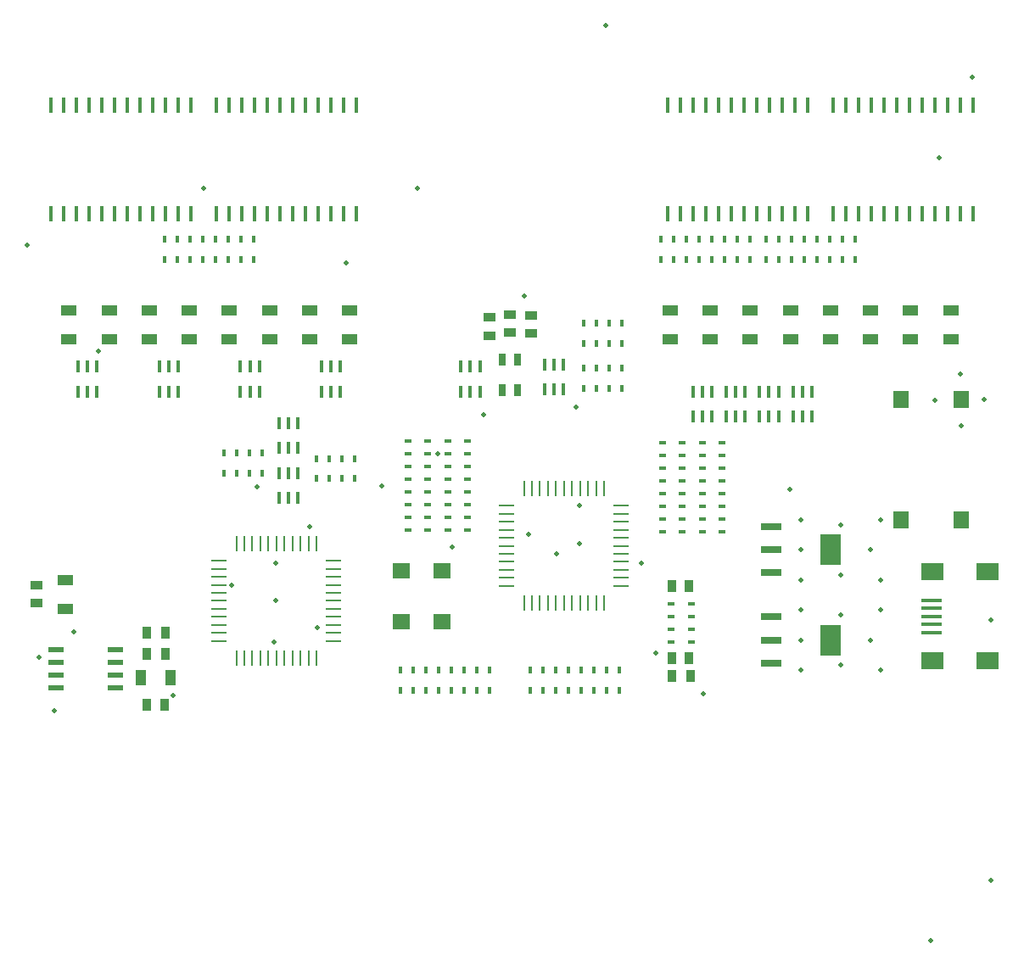
<source format=gtp>
G04 DipTrace 2.4.0.2*
%INProtolautav2.3.4.GTP*%
%MOMM*%
%ADD55C,0.505*%
%ADD57R,1.8X1.6*%
%ADD59R,2.1X0.3*%
%ADD61R,2.3X1.8*%
%ADD63R,1.6X1.8*%
%ADD69R,1.5X0.5*%
%ADD71R,0.4X1.5*%
%ADD73R,2.0X0.8*%
%ADD75R,2.0X3.1*%
%ADD77R,0.25X1.5*%
%ADD79R,1.5X0.25*%
%ADD83R,0.45X0.8*%
%ADD85R,0.8X0.45*%
%ADD87R,0.3X1.2*%
%ADD90R,0.7X1.3*%
%ADD92R,1.5X1.0*%
%ADD94R,0.1X0.9*%
%ADD96R,1.0X1.6*%
%ADD97R,0.9X1.2*%
%ADD99R,1.2X0.9*%
%FSLAX53Y53*%
G04*
G71*
G90*
G75*
G01*
%LNTopPaste*%
%LPD*%
D55*
X87000Y44000D3*
Y38000D3*
X79000D3*
Y44000D3*
X83000Y43500D3*
Y38500D3*
X86000Y41000D3*
X79000D3*
Y35000D3*
X83000Y34500D3*
X87000Y35000D3*
X86000Y32000D3*
X87000Y29000D3*
X83000Y29500D3*
X79000Y29000D3*
Y32000D3*
X8950Y60800D3*
X42805Y50620D3*
X51850Y42550D3*
X64550Y30700D3*
X63150Y39700D3*
X22250Y37500D3*
X30800Y33200D3*
X26450Y31800D3*
X16400Y26500D3*
X4550Y24900D3*
X69300Y26600D3*
X24800Y47300D3*
X3000Y30300D3*
X6500Y32800D3*
X56900Y41650D3*
X54650Y40600D3*
X56900Y45400D3*
X26650Y35900D3*
X98000Y34000D3*
X92000Y2000D3*
X98000Y8000D3*
X26650Y39700D3*
X37250Y47400D3*
X47400Y54450D3*
X56600Y55250D3*
X33650Y69600D3*
X19450Y77050D3*
X94950Y58550D3*
X92450Y55900D3*
X97300Y56000D3*
X95000Y53400D3*
X77900Y47000D3*
X92850Y80100D3*
X40800Y77100D3*
X51450Y66300D3*
X44250Y41250D3*
X30000Y43300D3*
X96100Y88200D3*
X1800Y71400D3*
X59550Y93350D3*
D97*
X67900Y30200D3*
X66200D3*
X67900Y37400D3*
X66200D3*
D96*
X13200Y28200D3*
X16100D3*
D97*
X13800Y25500D3*
X15500D3*
D94*
X73400Y40900D3*
X72060D3*
X72730Y38700D3*
X73370Y31870D3*
X72030D3*
X72700Y29670D3*
D92*
X5600Y38000D3*
Y35100D3*
X6000Y62000D3*
Y64900D3*
X10000Y62000D3*
Y64900D3*
X14000Y62000D3*
Y64900D3*
X18000Y62000D3*
Y64900D3*
X22000Y62000D3*
Y64900D3*
X26000Y62000D3*
Y64900D3*
X30000Y62000D3*
Y64900D3*
X34000Y62000D3*
Y64900D3*
X66000Y62000D3*
Y64900D3*
X70000Y62000D3*
Y64900D3*
X74000Y62000D3*
Y64900D3*
X78000Y62000D3*
Y64900D3*
X82000Y62000D3*
Y64900D3*
X86000Y62000D3*
Y64900D3*
X90000Y62000D3*
Y64900D3*
X94000Y62000D3*
Y64900D3*
D90*
X50750Y60000D3*
X49250D3*
Y56900D3*
X50750D3*
D87*
X26955Y51145D3*
X27905D3*
X28855D3*
Y53645D3*
X27905D3*
X26955D3*
X6900Y56800D3*
X7850D3*
X8800D3*
Y59300D3*
X7850D3*
X6900D3*
X15000Y56800D3*
X15950D3*
X16900D3*
Y59300D3*
X15950D3*
X15000D3*
X23100Y56800D3*
X24050D3*
X25000D3*
Y59300D3*
X24050D3*
X23100D3*
X31200Y56800D3*
X32150D3*
X33100D3*
Y59300D3*
X32150D3*
X31200D3*
X78250Y54300D3*
X79200D3*
X80150D3*
Y56800D3*
X79200D3*
X78250D3*
X74900Y54300D3*
X75850D3*
X76800D3*
Y56800D3*
X75850D3*
X74900D3*
X71550Y54300D3*
X72500D3*
X73450D3*
Y56800D3*
X72500D3*
X71550D3*
X68250Y54300D3*
X69200D3*
X70150D3*
Y56800D3*
X69200D3*
X68250D3*
X45100D3*
X46050D3*
X47000D3*
Y59300D3*
X46050D3*
X45100D3*
X53450Y57000D3*
X54400D3*
X55350D3*
Y59500D3*
X54400D3*
X53450D3*
D85*
X66100Y35600D3*
Y34330D3*
Y33060D3*
Y31790D3*
X68100D3*
Y33060D3*
Y34330D3*
Y35600D3*
D97*
X66200Y28400D3*
X68000D3*
D83*
X39055Y27000D3*
X40325D3*
X41595D3*
X42865D3*
X44135D3*
X45405D3*
X46675D3*
X47945D3*
Y29000D3*
X46675D3*
X45405D3*
X44135D3*
X42865D3*
X41595D3*
X40325D3*
X39055D3*
X52055Y27000D3*
X53325D3*
X54595D3*
X55865D3*
X57135D3*
X58405D3*
X59675D3*
X60945D3*
Y29000D3*
X59675D3*
X58405D3*
X57135D3*
X55865D3*
X54595D3*
X53325D3*
X52055D3*
X21500Y48650D3*
X22770D3*
X24040D3*
X25310D3*
Y50650D3*
X24040D3*
X22770D3*
X21500D3*
X30700Y48100D3*
X31970D3*
X33240D3*
X34510D3*
Y50100D3*
X33240D3*
X31970D3*
X30700D3*
D97*
X15600Y32700D3*
X13800D3*
X15600Y30600D3*
X13800D3*
D99*
X2750Y37450D3*
Y35650D3*
D83*
X24445Y72000D3*
X23175D3*
X21905D3*
X20635D3*
X19365D3*
X18095D3*
X16825D3*
X15555D3*
Y70000D3*
X16825D3*
X18095D3*
X19365D3*
X20635D3*
X21905D3*
X23175D3*
X24445D3*
X84445Y72000D3*
X83175D3*
X81905D3*
X80635D3*
X79365D3*
X78095D3*
X76825D3*
X75555D3*
Y70000D3*
X76825D3*
X78095D3*
X79365D3*
X80635D3*
X81905D3*
X83175D3*
X84445D3*
D85*
X45800Y43000D3*
Y44270D3*
Y45540D3*
Y46810D3*
Y48080D3*
Y49350D3*
Y50620D3*
Y51890D3*
X43800D3*
Y50620D3*
Y49350D3*
Y48080D3*
Y46810D3*
Y45540D3*
Y44270D3*
Y43000D3*
D83*
X74000Y72000D3*
X72730D3*
X71460D3*
X70190D3*
X68920D3*
X67650D3*
X66380D3*
X65110D3*
Y70000D3*
X66380D3*
X67650D3*
X68920D3*
X70190D3*
X71460D3*
X72730D3*
X74000D3*
D85*
X41800Y43000D3*
Y44270D3*
Y45540D3*
Y46810D3*
Y48080D3*
Y49350D3*
Y50620D3*
Y51890D3*
X39800D3*
Y50620D3*
Y49350D3*
Y48080D3*
Y46810D3*
Y45540D3*
Y44270D3*
Y43000D3*
X65200Y51700D3*
Y50430D3*
Y49160D3*
Y47890D3*
Y46620D3*
Y45350D3*
Y44080D3*
Y42810D3*
X67200D3*
Y44080D3*
Y45350D3*
Y46620D3*
Y47890D3*
Y49160D3*
Y50430D3*
Y51700D3*
D99*
X48000Y62400D3*
Y64200D3*
X50000Y62700D3*
Y64500D3*
X52100Y62600D3*
Y64400D3*
D83*
X57400Y57100D3*
X58670D3*
X59940D3*
X61210D3*
Y59100D3*
X59940D3*
X58670D3*
X57400D3*
D85*
X69200Y51700D3*
Y50430D3*
Y49160D3*
Y47890D3*
Y46620D3*
Y45350D3*
Y44080D3*
Y42810D3*
X71200D3*
Y44080D3*
Y45350D3*
Y46620D3*
Y47890D3*
Y49160D3*
Y50430D3*
Y51700D3*
D83*
X57395Y61605D3*
X58665D3*
X59935D3*
X61205D3*
Y63605D3*
X59935D3*
X58665D3*
X57395D3*
D79*
X21000Y39900D3*
Y39100D3*
Y38300D3*
Y37500D3*
Y36700D3*
Y35900D3*
Y35100D3*
Y34300D3*
Y33500D3*
Y32700D3*
Y31900D3*
D77*
X22700Y30200D3*
X23500D3*
X24300D3*
X25100D3*
X25900D3*
X26700D3*
X27500D3*
X28300D3*
X29100D3*
X29900D3*
X30700D3*
D79*
X32400Y31900D3*
Y32700D3*
Y33500D3*
Y34300D3*
Y35100D3*
Y35900D3*
Y36700D3*
Y37500D3*
Y38300D3*
Y39100D3*
Y39900D3*
D77*
X30700Y41600D3*
X29900D3*
X29100D3*
X28300D3*
X27500D3*
X26700D3*
X25900D3*
X25100D3*
X24300D3*
X23500D3*
X22700D3*
D87*
X26955Y46145D3*
X27905D3*
X28855D3*
Y48645D3*
X27905D3*
X26955D3*
D75*
X82000Y41000D3*
D73*
X76100Y43300D3*
Y41000D3*
Y38700D3*
D75*
X82000Y32000D3*
D73*
X76100Y34300D3*
Y32000D3*
Y29700D3*
D79*
X49700Y45400D3*
Y44600D3*
Y43800D3*
Y43000D3*
Y42200D3*
Y41400D3*
Y40600D3*
Y39800D3*
Y39000D3*
Y38200D3*
Y37400D3*
D77*
X51400Y35700D3*
X52200D3*
X53000D3*
X53800D3*
X54600D3*
X55400D3*
X56200D3*
X57000D3*
X57800D3*
X58600D3*
X59400D3*
D79*
X61100Y37400D3*
Y38200D3*
Y39000D3*
Y39800D3*
Y40600D3*
Y41400D3*
Y42200D3*
Y43000D3*
Y43800D3*
Y44600D3*
Y45400D3*
D77*
X59400Y47100D3*
X58600D3*
X57800D3*
X57000D3*
X56200D3*
X55400D3*
X54600D3*
X53800D3*
X53000D3*
X52200D3*
X51400D3*
D71*
X4230Y74550D3*
X5500D3*
X6770D3*
X8040D3*
X9310D3*
X10580D3*
X11850D3*
X13120D3*
X14390D3*
X15660D3*
X16930D3*
X18200D3*
Y85350D3*
X16930D3*
X15660D3*
X14390D3*
X13120D3*
X11850D3*
X10580D3*
X9310D3*
X8040D3*
X6770D3*
X5500D3*
X4230D3*
X82230Y74550D3*
X83500D3*
X84770D3*
X86040D3*
X87310D3*
X88580D3*
X89850D3*
X91120D3*
X92390D3*
X93660D3*
X94930D3*
X96200D3*
Y85350D3*
X94930D3*
X93660D3*
X92390D3*
X91120D3*
X89850D3*
X88580D3*
X87310D3*
X86040D3*
X84770D3*
X83500D3*
X82230D3*
X20730Y74550D3*
X22000D3*
X23270D3*
X24540D3*
X25810D3*
X27080D3*
X28350D3*
X29620D3*
X30890D3*
X32160D3*
X33430D3*
X34700D3*
Y85350D3*
X33430D3*
X32160D3*
X30890D3*
X29620D3*
X28350D3*
X27080D3*
X25810D3*
X24540D3*
X23270D3*
X22000D3*
X20730D3*
X65730Y74550D3*
X67000D3*
X68270D3*
X69540D3*
X70810D3*
X72080D3*
X73350D3*
X74620D3*
X75890D3*
X77160D3*
X78430D3*
X79700D3*
Y85350D3*
X78430D3*
X77160D3*
X75890D3*
X74620D3*
X73350D3*
X72080D3*
X70810D3*
X69540D3*
X68270D3*
X67000D3*
X65730D3*
D69*
X4700Y31000D3*
Y29730D3*
Y28460D3*
Y27190D3*
X10600D3*
Y28460D3*
Y29730D3*
Y31000D3*
D63*
X95000Y56000D3*
X89000D3*
Y44000D3*
X95000D3*
D61*
X97700Y29900D3*
Y38800D3*
D59*
X92100Y34350D3*
Y33550D3*
Y32750D3*
Y35150D3*
Y35950D3*
D61*
X92200Y38800D3*
Y29900D3*
D57*
X43200Y33850D3*
Y38930D3*
X39200D3*
Y33850D3*
M02*

</source>
